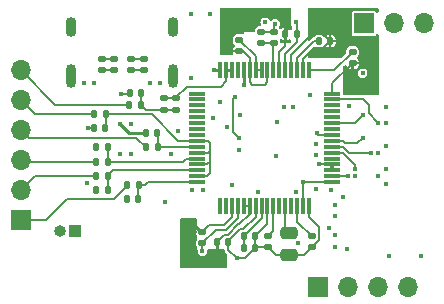
<source format=gbr>
%TF.GenerationSoftware,KiCad,Pcbnew,8.0.2-1*%
%TF.CreationDate,2024-06-20T09:38:11+09:00*%
%TF.ProjectId,eeg,6565672e-6b69-4636-9164-5f7063625858,rev?*%
%TF.SameCoordinates,Original*%
%TF.FileFunction,Copper,L1,Top*%
%TF.FilePolarity,Positive*%
%FSLAX46Y46*%
G04 Gerber Fmt 4.6, Leading zero omitted, Abs format (unit mm)*
G04 Created by KiCad (PCBNEW 8.0.2-1) date 2024-06-20 09:38:11*
%MOMM*%
%LPD*%
G01*
G04 APERTURE LIST*
G04 Aperture macros list*
%AMRoundRect*
0 Rectangle with rounded corners*
0 $1 Rounding radius*
0 $2 $3 $4 $5 $6 $7 $8 $9 X,Y pos of 4 corners*
0 Add a 4 corners polygon primitive as box body*
4,1,4,$2,$3,$4,$5,$6,$7,$8,$9,$2,$3,0*
0 Add four circle primitives for the rounded corners*
1,1,$1+$1,$2,$3*
1,1,$1+$1,$4,$5*
1,1,$1+$1,$6,$7*
1,1,$1+$1,$8,$9*
0 Add four rect primitives between the rounded corners*
20,1,$1+$1,$2,$3,$4,$5,0*
20,1,$1+$1,$4,$5,$6,$7,0*
20,1,$1+$1,$6,$7,$8,$9,0*
20,1,$1+$1,$8,$9,$2,$3,0*%
G04 Aperture macros list end*
%TA.AperFunction,ComponentPad*%
%ADD10R,1.700000X1.700000*%
%TD*%
%TA.AperFunction,ComponentPad*%
%ADD11O,1.700000X1.700000*%
%TD*%
%TA.AperFunction,SMDPad,CuDef*%
%ADD12RoundRect,0.140000X0.170000X-0.140000X0.170000X0.140000X-0.170000X0.140000X-0.170000X-0.140000X0*%
%TD*%
%TA.AperFunction,SMDPad,CuDef*%
%ADD13RoundRect,0.140000X-0.140000X-0.170000X0.140000X-0.170000X0.140000X0.170000X-0.140000X0.170000X0*%
%TD*%
%TA.AperFunction,SMDPad,CuDef*%
%ADD14RoundRect,0.135000X-0.135000X-0.185000X0.135000X-0.185000X0.135000X0.185000X-0.135000X0.185000X0*%
%TD*%
%TA.AperFunction,SMDPad,CuDef*%
%ADD15RoundRect,0.140000X0.140000X0.170000X-0.140000X0.170000X-0.140000X-0.170000X0.140000X-0.170000X0*%
%TD*%
%TA.AperFunction,SMDPad,CuDef*%
%ADD16R,1.475000X0.300000*%
%TD*%
%TA.AperFunction,SMDPad,CuDef*%
%ADD17R,0.300000X1.475000*%
%TD*%
%TA.AperFunction,SMDPad,CuDef*%
%ADD18RoundRect,0.250000X-0.475000X0.250000X-0.475000X-0.250000X0.475000X-0.250000X0.475000X0.250000X0*%
%TD*%
%TA.AperFunction,SMDPad,CuDef*%
%ADD19RoundRect,0.135000X0.185000X-0.135000X0.185000X0.135000X-0.185000X0.135000X-0.185000X-0.135000X0*%
%TD*%
%TA.AperFunction,SMDPad,CuDef*%
%ADD20RoundRect,0.140000X-0.170000X0.140000X-0.170000X-0.140000X0.170000X-0.140000X0.170000X0.140000X0*%
%TD*%
%TA.AperFunction,ComponentPad*%
%ADD21R,1.000000X1.000000*%
%TD*%
%TA.AperFunction,ComponentPad*%
%ADD22O,1.000000X1.000000*%
%TD*%
%TA.AperFunction,ComponentPad*%
%ADD23O,0.900000X2.000000*%
%TD*%
%TA.AperFunction,ComponentPad*%
%ADD24O,0.900000X1.700000*%
%TD*%
%TA.AperFunction,ViaPad*%
%ADD25C,0.400000*%
%TD*%
%TA.AperFunction,ViaPad*%
%ADD26C,0.450000*%
%TD*%
%TA.AperFunction,Conductor*%
%ADD27C,0.150000*%
%TD*%
%TA.AperFunction,Conductor*%
%ADD28C,0.200000*%
%TD*%
%TA.AperFunction,Conductor*%
%ADD29C,0.300000*%
%TD*%
%TA.AperFunction,Conductor*%
%ADD30C,0.250000*%
%TD*%
G04 APERTURE END LIST*
D10*
%TO.P,J2,1,Pin_1*%
%TO.N,/DVDD*%
X156300000Y-112600000D03*
D11*
%TO.P,J2,2,Pin_2*%
%TO.N,/SWDIO*%
X158840000Y-112600000D03*
%TO.P,J2,3,Pin_3*%
%TO.N,/SWDCLK*%
X161380000Y-112600000D03*
%TO.P,J2,4,Pin_4*%
%TO.N,GND*%
X163920000Y-112600000D03*
%TD*%
D12*
%TO.P,C29,1*%
%TO.N,GND*%
X141520000Y-94250000D03*
%TO.P,C29,2*%
%TO.N,VSSA*%
X141520000Y-93290000D03*
%TD*%
D13*
%TO.P,C42,1*%
%TO.N,GND*%
X141720000Y-99600000D03*
%TO.P,C42,2*%
%TO.N,/ads1299/IN4P*%
X142680000Y-99600000D03*
%TD*%
D12*
%TO.P,C35,1*%
%TO.N,GND*%
X139030000Y-94250000D03*
%TO.P,C35,2*%
%TO.N,/AVDD*%
X139030000Y-93290000D03*
%TD*%
D13*
%TO.P,C43,1*%
%TO.N,GND*%
X137300000Y-99200000D03*
%TO.P,C43,2*%
%TO.N,/ads1299/E_REFERENCE*%
X138260000Y-99200000D03*
%TD*%
%TO.P,C30,1*%
%TO.N,GND*%
X156320000Y-91800000D03*
%TO.P,C30,2*%
%TO.N,/DVDD*%
X157280000Y-91800000D03*
%TD*%
D14*
%TO.P,R6,1*%
%TO.N,/ads1299/2P*%
X137490000Y-103200000D03*
%TO.P,R6,2*%
%TO.N,/ads1299/IN2P*%
X138510000Y-103200000D03*
%TD*%
D10*
%TO.P,J1,1,Pin_1*%
%TO.N,/UART_RX*%
X160175000Y-90300000D03*
D11*
%TO.P,J1,2,Pin_2*%
%TO.N,/UART_TX*%
X162715000Y-90300000D03*
%TO.P,J1,3,Pin_3*%
%TO.N,GND*%
X165255000Y-90300000D03*
%TD*%
D14*
%TO.P,R10,1*%
%TO.N,/ads1299/REF*%
X137290000Y-98000000D03*
%TO.P,R10,2*%
%TO.N,/ads1299/E_REFERENCE*%
X138310000Y-98000000D03*
%TD*%
D15*
%TO.P,C21,1*%
%TO.N,VSSA*%
X150940000Y-109330000D03*
%TO.P,C21,2*%
%TO.N,Net-(IC3-VREFP)*%
X149980000Y-109330000D03*
%TD*%
D16*
%TO.P,IC3,1,IN8N*%
%TO.N,unconnected-(IC3-IN8N-Pad1)*%
X146012000Y-96250000D03*
%TO.P,IC3,2,IN8P*%
%TO.N,unconnected-(IC3-IN8P-Pad2)*%
X146012000Y-96750000D03*
%TO.P,IC3,3,IN7N*%
%TO.N,unconnected-(IC3-IN7N-Pad3)*%
X146012000Y-97250000D03*
%TO.P,IC3,4,IN7P*%
%TO.N,unconnected-(IC3-IN7P-Pad4)*%
X146012000Y-97750000D03*
%TO.P,IC3,5,IN6N*%
%TO.N,unconnected-(IC3-IN6N-Pad5)*%
X146012000Y-98250000D03*
%TO.P,IC3,6,IN6P*%
%TO.N,unconnected-(IC3-IN6P-Pad6)*%
X146012000Y-98750000D03*
%TO.P,IC3,7,IN5N*%
%TO.N,unconnected-(IC3-IN5N-Pad7)*%
X146012000Y-99250000D03*
%TO.P,IC3,8,IN5P*%
%TO.N,unconnected-(IC3-IN5P-Pad8)*%
X146012000Y-99750000D03*
%TO.P,IC3,9,IN4N*%
%TO.N,/ads1299/E_REFERENCE*%
X146012000Y-100250000D03*
%TO.P,IC3,10,IN4P*%
%TO.N,/ads1299/IN4P*%
X146012000Y-100750000D03*
%TO.P,IC3,11,IN3N*%
%TO.N,/ads1299/E_REFERENCE*%
X146012000Y-101250000D03*
%TO.P,IC3,12,IN3P*%
%TO.N,/ads1299/IN3P*%
X146012000Y-101750000D03*
%TO.P,IC3,13,IN2N*%
%TO.N,/ads1299/E_REFERENCE*%
X146012000Y-102250000D03*
%TO.P,IC3,14,IN2P*%
%TO.N,/ads1299/IN2P*%
X146012000Y-102750000D03*
%TO.P,IC3,15,IN1N*%
%TO.N,/ads1299/E_REFERENCE*%
X146012000Y-103250000D03*
%TO.P,IC3,16,IN1P*%
%TO.N,/ads1299/IN1P*%
X146012000Y-103750000D03*
D17*
%TO.P,IC3,17,SRB1*%
%TO.N,unconnected-(IC3-SRB1-Pad17)*%
X148000000Y-105738000D03*
%TO.P,IC3,18,SRB2*%
%TO.N,unconnected-(IC3-SRB2-Pad18)*%
X148500000Y-105738000D03*
%TO.P,IC3,19,AVDD_1*%
%TO.N,/AVDD*%
X149000000Y-105738000D03*
%TO.P,IC3,20,AVSS_1*%
%TO.N,VSSA*%
X149500000Y-105738000D03*
%TO.P,IC3,21,AVDD_2*%
%TO.N,/AVDD*%
X150000000Y-105738000D03*
%TO.P,IC3,22,AVDD_3*%
X150500000Y-105738000D03*
%TO.P,IC3,23,AVSS_2*%
%TO.N,VSSA*%
X151000000Y-105738000D03*
%TO.P,IC3,24,VREFP*%
%TO.N,Net-(IC3-VREFP)*%
X151500000Y-105738000D03*
%TO.P,IC3,25,VREFN*%
%TO.N,VSSA*%
X152000000Y-105738000D03*
%TO.P,IC3,26,VCAP4*%
%TO.N,Net-(IC3-VCAP4)*%
X152500000Y-105738000D03*
%TO.P,IC3,27,NC_1*%
%TO.N,unconnected-(IC3-NC_1-Pad27)*%
X153000000Y-105738000D03*
%TO.P,IC3,28,VCAP1*%
%TO.N,Net-(IC3-VCAP1)*%
X153500000Y-105738000D03*
%TO.P,IC3,29,NC_2*%
%TO.N,unconnected-(IC3-NC_2-Pad29)*%
X154000000Y-105738000D03*
%TO.P,IC3,30,VCAP2*%
%TO.N,Net-(IC3-VCAP2)*%
X154500000Y-105738000D03*
%TO.P,IC3,31,RESV1*%
%TO.N,GND*%
X155000000Y-105738000D03*
%TO.P,IC3,32,AVSS_3*%
%TO.N,VSSA*%
X155500000Y-105738000D03*
D16*
%TO.P,IC3,33,DGND_1*%
%TO.N,GND*%
X157488000Y-103750000D03*
%TO.P,IC3,34,DIN*%
%TO.N,/ads1299/MOSI*%
X157488000Y-103250000D03*
%TO.P,IC3,35,~{PWDN}*%
%TO.N,/DVDD*%
X157488000Y-102750000D03*
%TO.P,IC3,36,~{RESET}*%
X157488000Y-102250000D03*
%TO.P,IC3,37,CLK*%
%TO.N,unconnected-(IC3-CLK-Pad37)*%
X157488000Y-101750000D03*
%TO.P,IC3,38,START*%
%TO.N,/ads1299/START*%
X157488000Y-101250000D03*
%TO.P,IC3,39,~{CS}*%
%TO.N,/ads1299/~{ADS1299_CS}*%
X157488000Y-100750000D03*
%TO.P,IC3,40,SCLK*%
%TO.N,/ads1299/SCK*%
X157488000Y-100250000D03*
%TO.P,IC3,41,DAISY_IN*%
%TO.N,GND*%
X157488000Y-99750000D03*
%TO.P,IC3,42,GPIO1*%
%TO.N,unconnected-(IC3-GPIO1-Pad42)*%
X157488000Y-99250000D03*
%TO.P,IC3,43,DOUT*%
%TO.N,/ads1299/MISO*%
X157488000Y-98750000D03*
%TO.P,IC3,44,GPIO2*%
%TO.N,unconnected-(IC3-GPIO2-Pad44)*%
X157488000Y-98250000D03*
%TO.P,IC3,45,GPIO3*%
%TO.N,unconnected-(IC3-GPIO3-Pad45)*%
X157488000Y-97750000D03*
%TO.P,IC3,46,GPIO4*%
%TO.N,unconnected-(IC3-GPIO4-Pad46)*%
X157488000Y-97250000D03*
%TO.P,IC3,47,~{DRDY}*%
%TO.N,/ads1299/~{DRDY}*%
X157488000Y-96750000D03*
%TO.P,IC3,48,DVDD_1*%
%TO.N,/DVDD*%
X157488000Y-96250000D03*
D17*
%TO.P,IC3,49,DGND_2*%
%TO.N,GND*%
X155500000Y-94262000D03*
%TO.P,IC3,50,DVDD_2*%
%TO.N,/DVDD*%
X155000000Y-94262000D03*
%TO.P,IC3,51,DGND_3*%
%TO.N,GND*%
X154500000Y-94262000D03*
%TO.P,IC3,52,CLKSEL*%
%TO.N,/DVDD*%
X154000000Y-94262000D03*
%TO.P,IC3,53,AVSS1*%
%TO.N,VSSA*%
X153500000Y-94262000D03*
%TO.P,IC3,54,AVDD1*%
%TO.N,/AVDD*%
X153000000Y-94262000D03*
%TO.P,IC3,55,VCAP3*%
%TO.N,Net-(IC3-VCAP3)*%
X152500000Y-94262000D03*
%TO.P,IC3,56,AVDD_4*%
%TO.N,/AVDD*%
X152000000Y-94262000D03*
%TO.P,IC3,57,AVSS_4*%
%TO.N,VSSA*%
X151500000Y-94262000D03*
%TO.P,IC3,58,AVSS_5*%
X151000000Y-94262000D03*
%TO.P,IC3,59,AVDD_5*%
%TO.N,/AVDD*%
X150500000Y-94262000D03*
%TO.P,IC3,60,BIASREF*%
%TO.N,GND*%
X150000000Y-94262000D03*
%TO.P,IC3,61,BIASINV*%
%TO.N,unconnected-(IC3-BIASINV-Pad61)*%
X149500000Y-94262000D03*
%TO.P,IC3,62,BIASIN*%
%TO.N,Net-(IC3-BIASIN)*%
X149000000Y-94262000D03*
%TO.P,IC3,63,BIASOUT*%
X148500000Y-94262000D03*
%TO.P,IC3,64,RESERVED*%
%TO.N,GND*%
X148000000Y-94262000D03*
%TD*%
D12*
%TO.P,C28,1*%
%TO.N,GND*%
X140480000Y-94250000D03*
%TO.P,C28,2*%
%TO.N,VSSA*%
X140480000Y-93290000D03*
%TD*%
D15*
%TO.P,C33,1*%
%TO.N,VSSA*%
X148680000Y-108800000D03*
%TO.P,C33,2*%
%TO.N,/AVDD*%
X147720000Y-108800000D03*
%TD*%
D18*
%TO.P,C24,1*%
%TO.N,Net-(IC3-VCAP1)*%
X153800000Y-108050000D03*
%TO.P,C24,2*%
%TO.N,VSSA*%
X153800000Y-109950000D03*
%TD*%
D19*
%TO.P,R4,1*%
%TO.N,/ads1299/BIAS_DRV*%
X144260000Y-97670000D03*
%TO.P,R4,2*%
%TO.N,Net-(IC3-BIASIN)*%
X144260000Y-96650000D03*
%TD*%
D14*
%TO.P,R8,1*%
%TO.N,/ads1299/4P*%
X141690000Y-100800000D03*
%TO.P,R8,2*%
%TO.N,/ads1299/IN4P*%
X142710000Y-100800000D03*
%TD*%
D12*
%TO.P,C25,1*%
%TO.N,Net-(IC3-VCAP3)*%
X152520000Y-91960000D03*
%TO.P,C25,2*%
%TO.N,VSSA*%
X152520000Y-91000000D03*
%TD*%
D20*
%TO.P,C23,1*%
%TO.N,Net-(IC3-VCAP4)*%
X152040000Y-108320000D03*
%TO.P,C23,2*%
%TO.N,VSSA*%
X152040000Y-109280000D03*
%TD*%
D14*
%TO.P,R7,1*%
%TO.N,/ads1299/3P*%
X137490000Y-102000000D03*
%TO.P,R7,2*%
%TO.N,/ads1299/IN3P*%
X138510000Y-102000000D03*
%TD*%
D20*
%TO.P,C27,1*%
%TO.N,Net-(IC3-VCAP2)*%
X155740000Y-108320000D03*
%TO.P,C27,2*%
%TO.N,VSSA*%
X155740000Y-109280000D03*
%TD*%
D12*
%TO.P,C20,1*%
%TO.N,/ads1299/BIAS_DRV*%
X143200000Y-97620000D03*
%TO.P,C20,2*%
%TO.N,Net-(IC3-BIASIN)*%
X143200000Y-96660000D03*
%TD*%
D13*
%TO.P,C41,1*%
%TO.N,GND*%
X137520000Y-104400000D03*
%TO.P,C41,2*%
%TO.N,/ads1299/IN2P*%
X138480000Y-104400000D03*
%TD*%
D20*
%TO.P,C32,1*%
%TO.N,GND*%
X159200000Y-92720000D03*
%TO.P,C32,2*%
%TO.N,/DVDD*%
X159200000Y-93680000D03*
%TD*%
D12*
%TO.P,C37,1*%
%TO.N,GND*%
X138000000Y-94250000D03*
%TO.P,C37,2*%
%TO.N,/AVDD*%
X138000000Y-93290000D03*
%TD*%
D13*
%TO.P,C39,1*%
%TO.N,GND*%
X137500000Y-100800000D03*
%TO.P,C39,2*%
%TO.N,/ads1299/IN3P*%
X138460000Y-100800000D03*
%TD*%
%TO.P,C40,1*%
%TO.N,GND*%
X140320000Y-96200000D03*
%TO.P,C40,2*%
%TO.N,/ads1299/BIAS_DRV*%
X141280000Y-96200000D03*
%TD*%
D12*
%TO.P,C26,1*%
%TO.N,Net-(IC3-VCAP3)*%
X151480000Y-91960000D03*
%TO.P,C26,2*%
%TO.N,VSSA*%
X151480000Y-91000000D03*
%TD*%
D14*
%TO.P,R9,1*%
%TO.N,/ads1299/BIAS*%
X140310000Y-97200000D03*
%TO.P,R9,2*%
%TO.N,/ads1299/BIAS_DRV*%
X141330000Y-97200000D03*
%TD*%
D13*
%TO.P,C22,1*%
%TO.N,Net-(IC3-VREFP)*%
X149980000Y-108340000D03*
%TO.P,C22,2*%
%TO.N,VSSA*%
X150940000Y-108340000D03*
%TD*%
%TO.P,C38,1*%
%TO.N,GND*%
X140100000Y-105200000D03*
%TO.P,C38,2*%
%TO.N,/ads1299/IN1P*%
X141060000Y-105200000D03*
%TD*%
D12*
%TO.P,C31,1*%
%TO.N,VSSA*%
X146490000Y-108940000D03*
%TO.P,C31,2*%
%TO.N,/AVDD*%
X146490000Y-107980000D03*
%TD*%
D15*
%TO.P,C34,1*%
%TO.N,VSSA*%
X154480000Y-91200000D03*
%TO.P,C34,2*%
%TO.N,/AVDD*%
X153520000Y-91200000D03*
%TD*%
D10*
%TO.P,J4,1,Pin_1*%
%TO.N,/ads1299/1P*%
X131100000Y-106950000D03*
D11*
%TO.P,J4,2,Pin_2*%
%TO.N,/ads1299/2P*%
X131100000Y-104410000D03*
%TO.P,J4,3,Pin_3*%
%TO.N,/ads1299/3P*%
X131100000Y-101870000D03*
%TO.P,J4,4,Pin_4*%
%TO.N,/ads1299/4P*%
X131100000Y-99330000D03*
%TO.P,J4,5,Pin_5*%
%TO.N,/ads1299/REF*%
X131100000Y-96790000D03*
%TO.P,J4,6,Pin_6*%
%TO.N,/ads1299/BIAS*%
X131100000Y-94250000D03*
%TD*%
D14*
%TO.P,R5,1*%
%TO.N,/ads1299/1P*%
X140090000Y-104000000D03*
%TO.P,R5,2*%
%TO.N,/ads1299/IN1P*%
X141110000Y-104000000D03*
%TD*%
D20*
%TO.P,C36,1*%
%TO.N,VSSA*%
X149620000Y-91710000D03*
%TO.P,C36,2*%
%TO.N,/AVDD*%
X149620000Y-92670000D03*
%TD*%
D21*
%TO.P,BT1,1,+*%
%TO.N,Net-(BT1-+)*%
X135720000Y-107870000D03*
D22*
%TO.P,BT1,2,-*%
%TO.N,GND*%
X134450000Y-107870000D03*
%TD*%
D23*
%TO.P,J3,S1,SHIELD*%
%TO.N,unconnected-(J3-SHIELD-PadS1)_0*%
X135350000Y-94750000D03*
%TO.P,J3,S2,SHIELD*%
%TO.N,unconnected-(J3-SHIELD-PadS1)_2*%
X144000000Y-94750000D03*
D24*
%TO.P,J3,S3,SHIELD*%
%TO.N,unconnected-(J3-SHIELD-PadS1)*%
X135350000Y-90580000D03*
%TO.P,J3,S4,SHIELD*%
%TO.N,unconnected-(J3-SHIELD-PadS1)_1*%
X144000000Y-90580000D03*
%TD*%
D25*
%TO.N,VSSA*%
X146490000Y-109600000D03*
X149400000Y-110200000D03*
X149620000Y-91710000D03*
X152635696Y-90342662D03*
X154400000Y-90200000D03*
X140480000Y-93290000D03*
%TO.N,/DVDD*%
X152740000Y-101520000D03*
X147379996Y-98330000D03*
X157280000Y-91800000D03*
X159100000Y-94530000D03*
X145600000Y-104440000D03*
X158725000Y-109400000D03*
X156100000Y-100520000D03*
X157737500Y-108262500D03*
X157737500Y-106602500D03*
X156320000Y-102250000D03*
X159200000Y-93680000D03*
%TO.N,/USB-C/VBUS_IN*%
X142075000Y-95330000D03*
X137275000Y-95330000D03*
%TO.N,/nrf5340/VBUS_OUT*%
X140439996Y-98790000D03*
X152800000Y-98696802D03*
%TO.N,/AVDD*%
X153867724Y-90704383D03*
D26*
X153400000Y-97400000D03*
X149620000Y-92670000D03*
X154200000Y-97400000D03*
D25*
X147720000Y-109800000D03*
X139030000Y-93290000D03*
X145600000Y-107200000D03*
%TO.N,/power/CHG*%
X145525000Y-89500000D03*
X145520000Y-94890000D03*
%TO.N,/nrf5340/SDA*%
X151164124Y-104564124D03*
X159440000Y-103250000D03*
%TO.N,/power/PVDD*%
X149610000Y-101040000D03*
X149620000Y-100020000D03*
X147100000Y-89500000D03*
X149220000Y-96500000D03*
X140440000Y-101350000D03*
%TO.N,GND*%
X144400000Y-99400000D03*
X137520000Y-104400000D03*
X148000000Y-97000000D03*
X146560000Y-104440000D03*
X147430000Y-94260000D03*
X148600000Y-99060000D03*
X136700000Y-103800000D03*
X157737500Y-109222500D03*
X157200000Y-107600000D03*
X143800000Y-101400000D03*
X156160000Y-99610000D03*
X162040000Y-97400000D03*
X162040000Y-103900000D03*
X140100000Y-105200000D03*
X136475000Y-95330000D03*
X150000000Y-95510000D03*
X161390000Y-101300000D03*
X158890000Y-97300000D03*
X159200000Y-92720000D03*
X156320000Y-91800000D03*
X149000000Y-104000000D03*
X143330000Y-105440000D03*
X149650000Y-98070000D03*
X162300000Y-110000000D03*
X142875000Y-95330000D03*
X155000000Y-103750000D03*
X157739105Y-105644188D03*
X156100000Y-101480000D03*
X139030000Y-94250000D03*
X158400000Y-105000000D03*
X151800000Y-90200000D03*
X139608218Y-96298620D03*
X162040000Y-102600000D03*
X139479996Y-98790000D03*
X139480000Y-101350000D03*
X137500000Y-100800000D03*
X140480000Y-94250000D03*
X162040000Y-100650000D03*
X155591825Y-96335282D03*
X160060000Y-94530000D03*
X136800000Y-99200000D03*
X165000000Y-110000000D03*
%TO.N,/nrf5340/BMI270_CS*%
X154567628Y-108884698D03*
X161390000Y-103250000D03*
%TO.N,/ads1299/SCK*%
X154405823Y-104600498D03*
X160090000Y-100000000D03*
%TO.N,/ads1299/MISO*%
X160090000Y-98060000D03*
X156147102Y-104324650D03*
%TO.N,/ads1299/~{DRDY}*%
X161390000Y-98700000D03*
%TO.N,/ads1299/MOSI*%
X158790000Y-103250000D03*
%TO.N,/ads1299/~{ADS1299_CS}*%
X160740000Y-101300000D03*
%TO.N,/ads1299/START*%
X159440000Y-102600000D03*
%TO.N,/BMI270_INT1*%
X162040000Y-98700000D03*
X157400000Y-104400000D03*
%TD*%
D27*
%TO.N,/ads1299/BIAS_DRV*%
X141330000Y-97200000D02*
X141750000Y-97620000D01*
X141330000Y-96250000D02*
X141280000Y-96200000D01*
X141280000Y-97150000D02*
X141330000Y-97200000D01*
X144260000Y-97670000D02*
X143250000Y-97670000D01*
X143250000Y-97670000D02*
X143200000Y-97620000D01*
X141330000Y-97200000D02*
X141330000Y-96250000D01*
X141750000Y-97620000D02*
X143200000Y-97620000D01*
D28*
%TO.N,VSSA*%
X149945500Y-107730000D02*
X149653866Y-107730000D01*
X146490000Y-108940000D02*
X146490000Y-109600000D01*
X151000000Y-106675500D02*
X149945500Y-107730000D01*
X150070000Y-110200000D02*
X149400000Y-110200000D01*
X153800000Y-109950000D02*
X155070000Y-109950000D01*
X152710000Y-109950000D02*
X152040000Y-109280000D01*
X156350000Y-108670000D02*
X155740000Y-109280000D01*
X148462494Y-107790000D02*
X147640000Y-107790000D01*
X149653866Y-107730000D02*
X148680000Y-108703866D01*
X149500000Y-105738000D02*
X149500000Y-106752494D01*
X152000000Y-107280000D02*
X152000000Y-105738000D01*
X148680000Y-109480000D02*
X149400000Y-110200000D01*
X154480000Y-91920000D02*
X154480000Y-91200000D01*
X151000000Y-105738000D02*
X151000000Y-106675500D01*
X156350000Y-107525500D02*
X156350000Y-108670000D01*
X148680000Y-108703866D02*
X148680000Y-108800000D01*
X153500000Y-94262000D02*
X153500000Y-92900000D01*
X154480000Y-90280000D02*
X154400000Y-90200000D01*
X153800000Y-109950000D02*
X152710000Y-109950000D01*
X151000000Y-94262000D02*
X151500000Y-94262000D01*
X150990000Y-109280000D02*
X150940000Y-109330000D01*
X150940000Y-109330000D02*
X150070000Y-110200000D01*
X151000000Y-93078510D02*
X151000000Y-94262000D01*
X152520000Y-90458358D02*
X152520000Y-91000000D01*
X147640000Y-107790000D02*
X146490000Y-108940000D01*
X153500000Y-92900000D02*
X154480000Y-91920000D01*
X149600000Y-91678510D02*
X151000000Y-93078510D01*
X150940000Y-108340000D02*
X152000000Y-107280000D01*
X154480000Y-91200000D02*
X154480000Y-90280000D01*
X149500000Y-106752494D02*
X148462494Y-107790000D01*
X150940000Y-109330000D02*
X150940000Y-108340000D01*
X155070000Y-109950000D02*
X155740000Y-109280000D01*
X155500000Y-106675500D02*
X156350000Y-107525500D01*
X151480000Y-91000000D02*
X152520000Y-91000000D01*
X140480000Y-93290000D02*
X141520000Y-93290000D01*
X155500000Y-105738000D02*
X155500000Y-106675500D01*
X152040000Y-109280000D02*
X150990000Y-109280000D01*
X148680000Y-108800000D02*
X148680000Y-109480000D01*
X152635696Y-90342662D02*
X152520000Y-90458358D01*
D27*
%TO.N,/ads1299/E_REFERENCE*%
X138310000Y-99150000D02*
X138260000Y-99200000D01*
X146860000Y-101250000D02*
X146012000Y-101250000D01*
X146012000Y-100250000D02*
X146949500Y-100250000D01*
X146890000Y-102250000D02*
X146012000Y-102250000D01*
X146860000Y-101250000D02*
X146949500Y-101250000D01*
X147130000Y-101069500D02*
X146949500Y-101250000D01*
X138310000Y-98000000D02*
X138310000Y-99150000D01*
X146870000Y-103250000D02*
X146012000Y-103250000D01*
X147130000Y-102990000D02*
X147130000Y-102010000D01*
X142200000Y-98000000D02*
X138310000Y-98000000D01*
X147130000Y-102990000D02*
X146870000Y-103250000D01*
X146949500Y-100250000D02*
X147130000Y-100430500D01*
X147130000Y-101069500D02*
X147130000Y-100430500D01*
X147130000Y-102010000D02*
X147130000Y-101069500D01*
X147130000Y-102010000D02*
X146890000Y-102250000D01*
X144450000Y-100250000D02*
X142200000Y-98000000D01*
X146012000Y-100250000D02*
X144450000Y-100250000D01*
%TO.N,/ads1299/IN1P*%
X141060000Y-104050000D02*
X141110000Y-104000000D01*
X141060000Y-105200000D02*
X141060000Y-104050000D01*
X141110000Y-104000000D02*
X141600000Y-104000000D01*
X141600000Y-104000000D02*
X141850000Y-103750000D01*
X141850000Y-103750000D02*
X146012000Y-103750000D01*
%TO.N,/ads1299/IN3P*%
X138510000Y-102000000D02*
X138510000Y-100850000D01*
X138510000Y-102000000D02*
X144874500Y-102000000D01*
X145124500Y-101750000D02*
X146012000Y-101750000D01*
X144874500Y-102000000D02*
X145124500Y-101750000D01*
X138510000Y-100850000D02*
X138460000Y-100800000D01*
%TO.N,/ads1299/IN2P*%
X138510000Y-103200000D02*
X138960000Y-102750000D01*
X138960000Y-102750000D02*
X146012000Y-102750000D01*
X138510000Y-104370000D02*
X138480000Y-104400000D01*
X145992000Y-102730000D02*
X146012000Y-102750000D01*
X138510000Y-103200000D02*
X138510000Y-104370000D01*
%TO.N,/ads1299/IN4P*%
X143050000Y-100750000D02*
X146012000Y-100750000D01*
X143000000Y-100800000D02*
X143050000Y-100750000D01*
X142710000Y-100800000D02*
X142710000Y-99630000D01*
X142710000Y-99630000D02*
X142680000Y-99600000D01*
X142710000Y-100800000D02*
X143000000Y-100800000D01*
%TO.N,/ads1299/4P*%
X131770000Y-100000000D02*
X140890000Y-100000000D01*
X140890000Y-100000000D02*
X141690000Y-100800000D01*
X131100000Y-99330000D02*
X131770000Y-100000000D01*
%TO.N,/ads1299/2P*%
X132310000Y-103200000D02*
X131100000Y-104410000D01*
X137490000Y-103200000D02*
X132310000Y-103200000D01*
%TO.N,/ads1299/1P*%
X139024610Y-105175000D02*
X140090000Y-104109610D01*
X140090000Y-104109610D02*
X140090000Y-104000000D01*
X133225000Y-106950000D02*
X135000000Y-105175000D01*
X131100000Y-106950000D02*
X133225000Y-106950000D01*
X135000000Y-105175000D02*
X139024610Y-105175000D01*
%TO.N,/ads1299/3P*%
X131230000Y-102000000D02*
X131100000Y-101870000D01*
X137490000Y-102000000D02*
X131230000Y-102000000D01*
%TO.N,/ads1299/REF*%
X131100000Y-96790000D02*
X132310000Y-98000000D01*
X132310000Y-98000000D02*
X137290000Y-98000000D01*
%TO.N,/ads1299/BIAS*%
X134050000Y-97200000D02*
X140310000Y-97200000D01*
X131100000Y-94250000D02*
X134050000Y-97200000D01*
D28*
%TO.N,/DVDD*%
X154000000Y-92965686D02*
X155775686Y-91190000D01*
X157488000Y-96250000D02*
X157488000Y-95392000D01*
X156670000Y-92410000D02*
X157280000Y-91800000D01*
X155000000Y-94262000D02*
X155000000Y-93340186D01*
X154000000Y-94262000D02*
X154000000Y-92965686D01*
X157488000Y-95392000D02*
X159200000Y-93680000D01*
D29*
X157488000Y-102250000D02*
X157488000Y-102750000D01*
D28*
X155000000Y-93340186D02*
X155930186Y-92410000D01*
X155775686Y-91190000D02*
X156670000Y-91190000D01*
X154000000Y-94262000D02*
X153980000Y-94282000D01*
X157488000Y-102250000D02*
X156320000Y-102250000D01*
X155930186Y-92410000D02*
X156670000Y-92410000D01*
X156670000Y-91190000D02*
X157280000Y-91800000D01*
D27*
%TO.N,Net-(IC3-BIASIN)*%
X144260000Y-96650000D02*
X143210000Y-96650000D01*
X148049500Y-95650000D02*
X148500000Y-95199500D01*
X144260000Y-96564500D02*
X145174500Y-95650000D01*
D30*
X148500000Y-94262000D02*
X149000000Y-94262000D01*
D27*
X144260000Y-96650000D02*
X144260000Y-96564500D01*
X143210000Y-96650000D02*
X143200000Y-96660000D01*
X145174500Y-95650000D02*
X148049500Y-95650000D01*
X148500000Y-95199500D02*
X148500000Y-94262000D01*
D28*
%TO.N,Net-(IC3-VCAP4)*%
X152040000Y-108320000D02*
X152500000Y-107860000D01*
X152500000Y-107860000D02*
X152500000Y-105738000D01*
%TO.N,Net-(IC3-VCAP1)*%
X153500000Y-107750000D02*
X153500000Y-105738000D01*
X153800000Y-108050000D02*
X153500000Y-107750000D01*
%TO.N,Net-(IC3-VCAP3)*%
X152500000Y-94262000D02*
X152500000Y-91980000D01*
X152520000Y-91960000D02*
X151480000Y-91960000D01*
X152500000Y-91980000D02*
X152520000Y-91960000D01*
%TO.N,Net-(IC3-VCAP2)*%
X154500000Y-107080000D02*
X154500000Y-105738000D01*
X155740000Y-108320000D02*
X154500000Y-107080000D01*
%TO.N,/AVDD*%
X153520000Y-91052107D02*
X153520000Y-91200000D01*
D30*
X145600000Y-107200000D02*
X146380000Y-107980000D01*
D28*
X147080000Y-107390000D02*
X146490000Y-107980000D01*
X150500000Y-93224500D02*
X150500000Y-94262000D01*
X152000000Y-94262000D02*
X152000000Y-95299500D01*
X149000000Y-105738000D02*
X149000000Y-106686808D01*
D30*
X146380000Y-107980000D02*
X146490000Y-107980000D01*
D28*
X153000000Y-94262000D02*
X153000000Y-92768104D01*
X148330000Y-108190000D02*
X147720000Y-108800000D01*
X149620000Y-92670000D02*
X149945500Y-92670000D01*
X149945500Y-92670000D02*
X150500000Y-93224500D01*
X153867724Y-90704383D02*
X153520000Y-91052107D01*
D30*
X147720000Y-109800000D02*
X147720000Y-108800000D01*
D28*
X153000000Y-92768104D02*
X153520000Y-92248104D01*
X150500000Y-106430000D02*
X149600000Y-107330000D01*
X138000000Y-93290000D02*
X139030000Y-93290000D01*
X149000000Y-106686808D02*
X148296808Y-107390000D01*
X150500000Y-95299500D02*
X150500000Y-94262000D01*
X148296808Y-107390000D02*
X147080000Y-107390000D01*
X152000000Y-95299500D02*
X151789500Y-95510000D01*
X149488180Y-107330000D02*
X148628180Y-108190000D01*
X150500000Y-105738000D02*
X150000000Y-105738000D01*
X148628180Y-108190000D02*
X148330000Y-108190000D01*
X149600000Y-107330000D02*
X149488180Y-107330000D01*
X150710500Y-95510000D02*
X150500000Y-95299500D01*
X150500000Y-105738000D02*
X150500000Y-106430000D01*
X151789500Y-95510000D02*
X150710500Y-95510000D01*
X153520000Y-92248104D02*
X153520000Y-91200000D01*
D27*
%TO.N,/power/PVDD*%
X149100000Y-99500000D02*
X149620000Y-100020000D01*
X149100000Y-96620000D02*
X149100000Y-99500000D01*
X149220000Y-96500000D02*
X149100000Y-96620000D01*
D30*
%TO.N,GND*%
X147432000Y-94262000D02*
X147430000Y-94260000D01*
X141720000Y-99600000D02*
X140289996Y-99600000D01*
D28*
X139030000Y-94250000D02*
X138000000Y-94250000D01*
X157658000Y-94262000D02*
X159200000Y-92720000D01*
X140480000Y-94250000D02*
X141520000Y-94250000D01*
X154500000Y-94262000D02*
X154500000Y-93274500D01*
D30*
X148000000Y-94262000D02*
X147432000Y-94262000D01*
D28*
X137300000Y-99200000D02*
X136800000Y-99200000D01*
X155500000Y-94262000D02*
X157658000Y-94262000D01*
X139608218Y-96298620D02*
X140221380Y-96298620D01*
X156160000Y-99610000D02*
X156300000Y-99750000D01*
X155000000Y-103750000D02*
X155000000Y-105738000D01*
D30*
X150000000Y-94262000D02*
X150000000Y-95510000D01*
D28*
X140221380Y-96298620D02*
X140320000Y-96200000D01*
X157488000Y-103750000D02*
X155000000Y-103750000D01*
X155974500Y-91800000D02*
X156320000Y-91800000D01*
D30*
X140289996Y-99600000D02*
X139479996Y-98790000D01*
D28*
X156300000Y-99750000D02*
X157488000Y-99750000D01*
X154500000Y-93274500D02*
X155974500Y-91800000D01*
D27*
%TO.N,/ads1299/SCK*%
X158368248Y-100250000D02*
X158593248Y-100475000D01*
X157488000Y-100250000D02*
X158368248Y-100250000D01*
X158593248Y-100475000D02*
X159615000Y-100475000D01*
X159615000Y-100475000D02*
X160090000Y-100000000D01*
X160100000Y-99990000D02*
X160090000Y-100000000D01*
%TO.N,/ads1299/MISO*%
X160068248Y-98060000D02*
X160090000Y-98060000D01*
X159378248Y-98750000D02*
X160068248Y-98060000D01*
X157488000Y-98750000D02*
X159378248Y-98750000D01*
%TO.N,/ads1299/~{DRDY}*%
X157488000Y-96750000D02*
X160111752Y-96750000D01*
X160600000Y-97238248D02*
X160600000Y-97910000D01*
X160600000Y-97910000D02*
X161390000Y-98700000D01*
X160111752Y-96750000D02*
X160600000Y-97238248D01*
%TO.N,/ads1299/MOSI*%
X157488000Y-103250000D02*
X158790000Y-103250000D01*
%TO.N,/ads1299/~{ADS1299_CS}*%
X158717725Y-101100001D02*
X158917724Y-101300000D01*
X157488000Y-100750000D02*
X158367725Y-100750000D01*
X158717725Y-101100000D02*
X158717725Y-101100001D01*
X158367725Y-100750000D02*
X158717725Y-101100000D01*
X158917724Y-101300000D02*
X160740000Y-101300000D01*
%TO.N,/ads1299/START*%
X157488000Y-101250000D02*
X158372749Y-101250000D01*
X159440000Y-102317251D02*
X159440000Y-102600000D01*
X158372749Y-101250000D02*
X159440000Y-102317251D01*
D28*
%TO.N,Net-(IC3-VREFP)*%
X149980000Y-109330000D02*
X149980000Y-108340000D01*
X151500000Y-106820000D02*
X149980000Y-108340000D01*
X151500000Y-105738000D02*
X151500000Y-106820000D01*
%TD*%
%TA.AperFunction,Conductor*%
%TO.N,/AVDD*%
G36*
X153959191Y-89018907D02*
G01*
X153995155Y-89068407D01*
X154000000Y-89099000D01*
X154000000Y-90157533D01*
X153998781Y-90173020D01*
X153994508Y-90199999D01*
X153998781Y-90226977D01*
X154000000Y-90242465D01*
X154000000Y-90657997D01*
X153981093Y-90716188D01*
X153931593Y-90752152D01*
X153870407Y-90752152D01*
X153859161Y-90747722D01*
X153749355Y-90696519D01*
X153699839Y-90690000D01*
X153620001Y-90690000D01*
X153620000Y-90690001D01*
X153620000Y-91709999D01*
X153620001Y-91710000D01*
X153699838Y-91710000D01*
X153749354Y-91703480D01*
X153749361Y-91703478D01*
X153859161Y-91652278D01*
X153919890Y-91644821D01*
X153973404Y-91674484D01*
X153999262Y-91729937D01*
X154000000Y-91742002D01*
X154000000Y-91901000D01*
X153981093Y-91959191D01*
X153931593Y-91995155D01*
X153901000Y-92000000D01*
X153129500Y-92000000D01*
X153071309Y-91981093D01*
X153035345Y-91931593D01*
X153030500Y-91901001D01*
X153030499Y-91780104D01*
X153030499Y-91780100D01*
X153026025Y-91746112D01*
X153037176Y-91685954D01*
X153081558Y-91643838D01*
X153142220Y-91635852D01*
X153174093Y-91649217D01*
X153174126Y-91649148D01*
X153175901Y-91649976D01*
X153180962Y-91652098D01*
X153181978Y-91652809D01*
X153290638Y-91703478D01*
X153290645Y-91703480D01*
X153340161Y-91710000D01*
X153419999Y-91710000D01*
X153420000Y-91709999D01*
X153420000Y-90690001D01*
X153419999Y-90690000D01*
X153340161Y-90690000D01*
X153290645Y-90696519D01*
X153290638Y-90696521D01*
X153181978Y-90747190D01*
X153181975Y-90747192D01*
X153166777Y-90762390D01*
X153112260Y-90790167D01*
X153051828Y-90780594D01*
X153008564Y-90737328D01*
X153007051Y-90734225D01*
X152969564Y-90653835D01*
X152973029Y-90652219D01*
X152960178Y-90609889D01*
X152970949Y-90566866D01*
X153021342Y-90467966D01*
X153041188Y-90342662D01*
X153021342Y-90217358D01*
X152963746Y-90104320D01*
X152874038Y-90014612D01*
X152870102Y-90012606D01*
X152761003Y-89957017D01*
X152761000Y-89957016D01*
X152635696Y-89937170D01*
X152510392Y-89957016D01*
X152510388Y-89957017D01*
X152397354Y-90014612D01*
X152397352Y-90014613D01*
X152333176Y-90078789D01*
X152278659Y-90106566D01*
X152218227Y-90096994D01*
X152174964Y-90053731D01*
X152155032Y-90014613D01*
X152128050Y-89961658D01*
X152038342Y-89871950D01*
X152034406Y-89869944D01*
X151925307Y-89814355D01*
X151925304Y-89814354D01*
X151800000Y-89794508D01*
X151674696Y-89814354D01*
X151674692Y-89814355D01*
X151561659Y-89871949D01*
X151471949Y-89961659D01*
X151414355Y-90074692D01*
X151414354Y-90074696D01*
X151394508Y-90199999D01*
X151394508Y-90200000D01*
X151414354Y-90325303D01*
X151414355Y-90325307D01*
X151439958Y-90375554D01*
X151449530Y-90435986D01*
X151421753Y-90490503D01*
X151367237Y-90518281D01*
X151351750Y-90519500D01*
X151270104Y-90519500D01*
X151270092Y-90519501D01*
X151220513Y-90526027D01*
X151220511Y-90526027D01*
X151111686Y-90576774D01*
X151026774Y-90661686D01*
X150976029Y-90770510D01*
X150976028Y-90770511D01*
X150969500Y-90820100D01*
X150969500Y-90901000D01*
X150950593Y-90959191D01*
X150901093Y-90995155D01*
X150870500Y-91000000D01*
X150000001Y-91000000D01*
X150000000Y-91000000D01*
X150000000Y-91000001D01*
X150000000Y-91139179D01*
X149981093Y-91197370D01*
X149931593Y-91233334D01*
X149887390Y-91234016D01*
X149886995Y-91237017D01*
X149879488Y-91236028D01*
X149879487Y-91236028D01*
X149829901Y-91229500D01*
X149829899Y-91229500D01*
X149410103Y-91229500D01*
X149410092Y-91229501D01*
X149360513Y-91236027D01*
X149360511Y-91236027D01*
X149251686Y-91286774D01*
X149166774Y-91371686D01*
X149116029Y-91480510D01*
X149116028Y-91480511D01*
X149109500Y-91530100D01*
X149109500Y-91889895D01*
X149109501Y-91889907D01*
X149116027Y-91939486D01*
X149116027Y-91939488D01*
X149166774Y-92048313D01*
X149166775Y-92048314D01*
X149166776Y-92048316D01*
X149238812Y-92120352D01*
X149266588Y-92174867D01*
X149257017Y-92235299D01*
X149238811Y-92260358D01*
X149167190Y-92331978D01*
X149116521Y-92440638D01*
X149116519Y-92440645D01*
X149110000Y-92490161D01*
X149110000Y-92569999D01*
X149110001Y-92570000D01*
X149621000Y-92570000D01*
X149679191Y-92588907D01*
X149715155Y-92638407D01*
X149720000Y-92669000D01*
X149720000Y-92671000D01*
X149701093Y-92729191D01*
X149651593Y-92765155D01*
X149621000Y-92770000D01*
X149110001Y-92770000D01*
X149110000Y-92770001D01*
X149110000Y-92849841D01*
X149115034Y-92888078D01*
X149103884Y-92948239D01*
X149059501Y-92990356D01*
X149016881Y-93000000D01*
X148099000Y-93000000D01*
X148040809Y-92981093D01*
X148004845Y-92931593D01*
X148000000Y-92901000D01*
X148000000Y-89099000D01*
X148018907Y-89040809D01*
X148068407Y-89004845D01*
X148099000Y-89000000D01*
X153901000Y-89000000D01*
X153959191Y-89018907D01*
G37*
%TD.AperFunction*%
%TD*%
%TA.AperFunction,Conductor*%
%TO.N,/DVDD*%
G36*
X161359191Y-89018907D02*
G01*
X161395155Y-89068407D01*
X161400000Y-89099000D01*
X161400000Y-89323977D01*
X161381093Y-89382168D01*
X161331593Y-89418132D01*
X161270407Y-89418132D01*
X161220907Y-89382168D01*
X161218685Y-89378979D01*
X161169554Y-89305451D01*
X161169552Y-89305448D01*
X161169548Y-89305445D01*
X161103233Y-89261134D01*
X161103231Y-89261133D01*
X161103228Y-89261132D01*
X161103227Y-89261132D01*
X161044758Y-89249501D01*
X161044748Y-89249500D01*
X159305252Y-89249500D01*
X159305251Y-89249500D01*
X159305241Y-89249501D01*
X159246772Y-89261132D01*
X159246766Y-89261134D01*
X159180451Y-89305445D01*
X159180445Y-89305451D01*
X159136134Y-89371766D01*
X159136132Y-89371772D01*
X159124501Y-89430241D01*
X159124500Y-89430253D01*
X159124500Y-91169746D01*
X159124501Y-91169758D01*
X159136132Y-91228227D01*
X159136134Y-91228233D01*
X159168066Y-91276022D01*
X159180448Y-91294552D01*
X159246769Y-91338867D01*
X159288612Y-91347190D01*
X159305241Y-91350498D01*
X159305246Y-91350498D01*
X159305252Y-91350500D01*
X159305253Y-91350500D01*
X161044747Y-91350500D01*
X161044748Y-91350500D01*
X161103231Y-91338867D01*
X161169552Y-91294552D01*
X161213867Y-91228231D01*
X161213867Y-91228230D01*
X161218685Y-91221020D01*
X161266735Y-91183141D01*
X161327873Y-91180739D01*
X161378747Y-91214732D01*
X161399924Y-91272136D01*
X161400000Y-91276022D01*
X161400000Y-96301000D01*
X161381093Y-96359191D01*
X161331593Y-96395155D01*
X161301000Y-96400000D01*
X158516507Y-96400000D01*
X158458316Y-96381093D01*
X158446503Y-96371004D01*
X158425499Y-96350000D01*
X158400000Y-96350000D01*
X158400000Y-96150000D01*
X158425499Y-96150000D01*
X158425500Y-96149999D01*
X158425500Y-96080302D01*
X158425499Y-96080299D01*
X158413896Y-96021963D01*
X158410165Y-96012956D01*
X158412404Y-96012028D01*
X158400000Y-95971135D01*
X158400000Y-94529999D01*
X159654508Y-94529999D01*
X159654508Y-94530000D01*
X159674354Y-94655303D01*
X159674355Y-94655307D01*
X159729944Y-94764406D01*
X159731950Y-94768342D01*
X159821658Y-94858050D01*
X159934696Y-94915646D01*
X160060000Y-94935492D01*
X160185304Y-94915646D01*
X160298342Y-94858050D01*
X160388050Y-94768342D01*
X160445646Y-94655304D01*
X160465492Y-94530000D01*
X160445646Y-94404696D01*
X160388050Y-94291658D01*
X160298342Y-94201950D01*
X160294406Y-94199944D01*
X160185307Y-94144355D01*
X160185304Y-94144354D01*
X160060000Y-94124508D01*
X159934696Y-94144354D01*
X159934692Y-94144355D01*
X159821659Y-94201949D01*
X159731949Y-94291659D01*
X159674355Y-94404692D01*
X159674354Y-94404696D01*
X159654508Y-94529999D01*
X158400000Y-94529999D01*
X158400000Y-93985978D01*
X158418907Y-93927787D01*
X158428996Y-93915975D01*
X158472892Y-93872078D01*
X158524213Y-93820757D01*
X158578728Y-93792980D01*
X158639161Y-93802551D01*
X158682425Y-93845815D01*
X158692369Y-93877836D01*
X158696519Y-93909355D01*
X158696521Y-93909361D01*
X158747190Y-94018021D01*
X158831978Y-94102809D01*
X158940638Y-94153478D01*
X158940645Y-94153480D01*
X158990161Y-94160000D01*
X159099999Y-94160000D01*
X159100000Y-94159999D01*
X159100000Y-93780001D01*
X159300000Y-93780001D01*
X159300000Y-94159999D01*
X159300001Y-94160000D01*
X159409838Y-94160000D01*
X159459354Y-94153480D01*
X159459361Y-94153478D01*
X159568021Y-94102809D01*
X159652809Y-94018021D01*
X159703478Y-93909361D01*
X159703480Y-93909354D01*
X159710000Y-93859838D01*
X159710000Y-93780001D01*
X159709999Y-93780000D01*
X159300001Y-93780000D01*
X159300000Y-93780001D01*
X159100000Y-93780001D01*
X159100000Y-93679000D01*
X159118907Y-93620809D01*
X159168407Y-93584845D01*
X159199000Y-93580000D01*
X159709999Y-93580000D01*
X159710000Y-93579999D01*
X159710000Y-93500161D01*
X159703480Y-93450645D01*
X159703478Y-93450638D01*
X159652809Y-93341978D01*
X159581189Y-93270358D01*
X159553412Y-93215841D01*
X159562983Y-93155409D01*
X159581186Y-93130353D01*
X159653224Y-93058316D01*
X159703972Y-92949487D01*
X159710500Y-92899901D01*
X159710499Y-92540100D01*
X159703972Y-92490513D01*
X159703972Y-92490511D01*
X159653225Y-92381686D01*
X159653224Y-92381685D01*
X159653224Y-92381684D01*
X159568316Y-92296776D01*
X159568314Y-92296775D01*
X159568313Y-92296774D01*
X159459489Y-92246029D01*
X159459488Y-92246028D01*
X159442958Y-92243852D01*
X159409901Y-92239500D01*
X159409899Y-92239500D01*
X158990103Y-92239500D01*
X158990092Y-92239501D01*
X158940513Y-92246027D01*
X158940511Y-92246027D01*
X158831686Y-92296774D01*
X158746774Y-92381686D01*
X158696029Y-92490510D01*
X158696028Y-92490511D01*
X158689500Y-92540100D01*
X158689500Y-92764520D01*
X158670593Y-92822711D01*
X158660504Y-92834524D01*
X158324024Y-93171004D01*
X158269507Y-93198781D01*
X158254020Y-93200000D01*
X155499000Y-93200000D01*
X155440809Y-93181093D01*
X155404845Y-93131593D01*
X155400000Y-93101000D01*
X155400000Y-92840478D01*
X155418907Y-92782287D01*
X155428996Y-92770475D01*
X155908498Y-92290972D01*
X155963015Y-92263194D01*
X156020340Y-92271249D01*
X156090513Y-92303972D01*
X156140099Y-92310500D01*
X156499900Y-92310499D01*
X156549487Y-92303972D01*
X156549488Y-92303972D01*
X156636935Y-92263194D01*
X156658316Y-92253224D01*
X156730352Y-92181187D01*
X156784867Y-92153412D01*
X156845299Y-92162983D01*
X156870358Y-92181189D01*
X156941978Y-92252809D01*
X157050638Y-92303478D01*
X157050645Y-92303480D01*
X157100161Y-92310000D01*
X157179999Y-92310000D01*
X157180000Y-92309999D01*
X157180000Y-91900001D01*
X157380000Y-91900001D01*
X157380000Y-92309999D01*
X157380001Y-92310000D01*
X157459838Y-92310000D01*
X157509354Y-92303480D01*
X157509361Y-92303478D01*
X157618021Y-92252809D01*
X157702809Y-92168021D01*
X157753478Y-92059361D01*
X157753480Y-92059354D01*
X157760000Y-92009838D01*
X157760000Y-91900001D01*
X157759999Y-91900000D01*
X157380001Y-91900000D01*
X157380000Y-91900001D01*
X157180000Y-91900001D01*
X157180000Y-91290001D01*
X157380000Y-91290001D01*
X157380000Y-91699999D01*
X157380001Y-91700000D01*
X157759999Y-91700000D01*
X157760000Y-91699999D01*
X157760000Y-91590161D01*
X157753480Y-91540645D01*
X157753478Y-91540638D01*
X157702809Y-91431978D01*
X157618021Y-91347190D01*
X157509361Y-91296521D01*
X157509354Y-91296519D01*
X157459839Y-91290000D01*
X157380001Y-91290000D01*
X157380000Y-91290001D01*
X157180000Y-91290001D01*
X157179999Y-91290000D01*
X157100161Y-91290000D01*
X157050645Y-91296519D01*
X157050638Y-91296521D01*
X156941978Y-91347190D01*
X156870358Y-91418811D01*
X156815841Y-91446588D01*
X156755409Y-91437017D01*
X156730353Y-91418813D01*
X156658316Y-91346776D01*
X156658314Y-91346775D01*
X156658313Y-91346774D01*
X156549489Y-91296029D01*
X156549488Y-91296028D01*
X156532958Y-91293852D01*
X156499901Y-91289500D01*
X156499899Y-91289500D01*
X156140104Y-91289500D01*
X156140092Y-91289501D01*
X156090513Y-91296027D01*
X156090511Y-91296027D01*
X155981686Y-91346774D01*
X155896774Y-91431686D01*
X155867722Y-91493987D01*
X155827517Y-91537872D01*
X155822964Y-91540502D01*
X155822946Y-91540512D01*
X155789988Y-91559540D01*
X155569003Y-91780525D01*
X155514487Y-91808302D01*
X155454055Y-91798731D01*
X155410790Y-91755466D01*
X155400000Y-91710521D01*
X155400000Y-89099000D01*
X155418907Y-89040809D01*
X155468407Y-89004845D01*
X155499000Y-89000000D01*
X161301000Y-89000000D01*
X161359191Y-89018907D01*
G37*
%TD.AperFunction*%
%TD*%
%TA.AperFunction,Conductor*%
%TO.N,/AVDD*%
G36*
X145959191Y-106818907D02*
G01*
X145995155Y-106868407D01*
X146000000Y-106899000D01*
X146000000Y-107699787D01*
X145990724Y-107741627D01*
X145986520Y-107750641D01*
X145986519Y-107750645D01*
X145980000Y-107800161D01*
X145980000Y-107879999D01*
X145980001Y-107880000D01*
X146000000Y-107880000D01*
X146000000Y-108080000D01*
X145980001Y-108080000D01*
X145980000Y-108080001D01*
X145980000Y-108159838D01*
X145986519Y-108209357D01*
X145990723Y-108218371D01*
X146000000Y-108260213D01*
X146000000Y-108658603D01*
X145990724Y-108700443D01*
X145986028Y-108710512D01*
X145979500Y-108760100D01*
X145979500Y-109119895D01*
X145979501Y-109119907D01*
X145986026Y-109169483D01*
X145986027Y-109169485D01*
X145986028Y-109169487D01*
X145990723Y-109179556D01*
X146000000Y-109221396D01*
X146000000Y-109400000D01*
X146000271Y-109400000D01*
X146058462Y-109418907D01*
X146094426Y-109468407D01*
X146098051Y-109514486D01*
X146097248Y-109519562D01*
X146084509Y-109599996D01*
X146084508Y-109600000D01*
X146094725Y-109664511D01*
X146104354Y-109725303D01*
X146104355Y-109725307D01*
X146140362Y-109795974D01*
X146161950Y-109838342D01*
X146251658Y-109928050D01*
X146364696Y-109985646D01*
X146490000Y-110005492D01*
X146615304Y-109985646D01*
X146728342Y-109928050D01*
X146818050Y-109838342D01*
X146875646Y-109725304D01*
X146895492Y-109600000D01*
X146895491Y-109599996D01*
X146882752Y-109519562D01*
X146881948Y-109514486D01*
X146891519Y-109454055D01*
X146934784Y-109410790D01*
X146979729Y-109400000D01*
X148280500Y-109400000D01*
X148338691Y-109418907D01*
X148374655Y-109468407D01*
X148379500Y-109499000D01*
X148379500Y-109519562D01*
X148399979Y-109595989D01*
X148402293Y-109599996D01*
X148402294Y-109600000D01*
X148439538Y-109664508D01*
X148439540Y-109664511D01*
X148571005Y-109795976D01*
X148598781Y-109850491D01*
X148600000Y-109865978D01*
X148600000Y-110901000D01*
X148581093Y-110959191D01*
X148531593Y-110995155D01*
X148501000Y-111000000D01*
X144699000Y-111000000D01*
X144640809Y-110981093D01*
X144604845Y-110931593D01*
X144600000Y-110901000D01*
X144600000Y-106899000D01*
X144618907Y-106840809D01*
X144668407Y-106804845D01*
X144699000Y-106800000D01*
X145901000Y-106800000D01*
X145959191Y-106818907D01*
G37*
%TD.AperFunction*%
%TD*%
M02*

</source>
